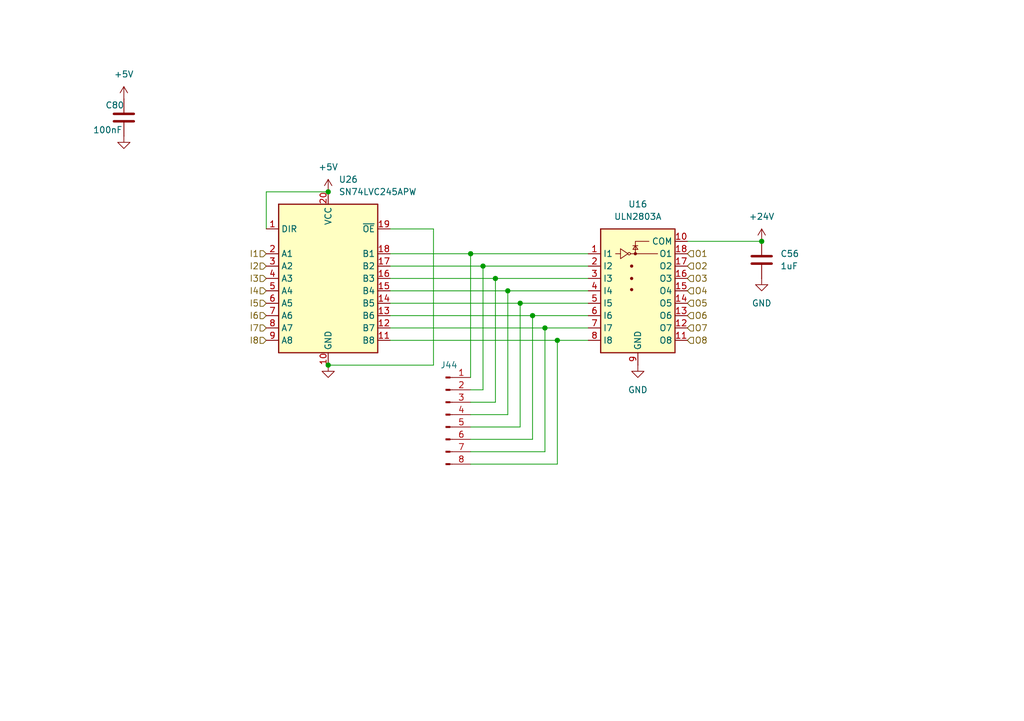
<source format=kicad_sch>
(kicad_sch (version 20250114) (generator "eeschema") (generator_version "9.0")
  (paper "A5")
  (lib_symbols
    (symbol "Connector:Conn_01x08_Pin" (pin_names (offset 1.016) (hide yes))
      (property "Reference" "J" (at 0 10.16 0))
      (property "Value" "Conn_01x08_Pin" (at 0 -12.7 0))
      (symbol "Conn_01x08_Pin_1_1"
        (rectangle (start 0.8636 7.747) (end 0 7.493) (stroke (width 0.1524)) (fill (type outline)))
        (rectangle (start 0.8636 5.207) (end 0 4.953) (stroke (width 0.1524)) (fill (type outline)))
        (rectangle (start 0.8636 2.667) (end 0 2.413) (stroke (width 0.1524)) (fill (type outline)))
        (rectangle (start 0.8636 0.127) (end 0 -0.127) (stroke (width 0.1524)) (fill (type outline)))
        (rectangle (start 0.8636 -2.413) (end 0 -2.667) (stroke (width 0.1524)) (fill (type outline)))
        (rectangle (start 0.8636 -4.953) (end 0 -5.207) (stroke (width 0.1524)) (fill (type outline)))
        (rectangle (start 0.8636 -7.493) (end 0 -7.747) (stroke (width 0.1524)) (fill (type outline)))
        (rectangle (start 0.8636 -10.033) (end 0 -10.287) (stroke (width 0.1524)) (fill (type outline)))
        (polyline (pts (xy 1.27 7.62) (xy 0.8636 7.62)) (stroke (width 0.1524)))
        (polyline (pts (xy 1.27 5.08) (xy 0.8636 5.08)) (stroke (width 0.1524)))
        (polyline (pts (xy 1.27 2.54) (xy 0.8636 2.54)) (stroke (width 0.1524)))
        (polyline (pts (xy 1.27 0) (xy 0.8636 0)) (stroke (width 0.1524)))
        (polyline (pts (xy 1.27 -2.54) (xy 0.8636 -2.54)) (stroke (width 0.1524)))
        (polyline (pts (xy 1.27 -5.08) (xy 0.8636 -5.08)) (stroke (width 0.1524)))
        (polyline (pts (xy 1.27 -7.62) (xy 0.8636 -7.62)) (stroke (width 0.1524)))
        (polyline (pts (xy 1.27 -10.16) (xy 0.8636 -10.16)) (stroke (width 0.1524)))
        (pin passive line (at 5.08 7.62 180) (length 3.81) (name "Pin_1") (number "1"))
        (pin passive line (at 5.08 5.08 180) (length 3.81) (name "Pin_2") (number "2"))
        (pin passive line (at 5.08 2.54 180) (length 3.81) (name "Pin_3") (number "3"))
        (pin passive line (at 5.08 0 180) (length 3.81) (name "Pin_4") (number "4"))
        (pin passive line (at 5.08 -2.54 180) (length 3.81) (name "Pin_5") (number "5"))
        (pin passive line (at 5.08 -5.08 180) (length 3.81) (name "Pin_6") (number "6"))
        (pin passive line (at 5.08 -7.62 180) (length 3.81) (name "Pin_7") (number "7"))
        (pin passive line (at 5.08 -10.16 180) (length 3.81) (name "Pin_8") (number "8"))
      )
    )
    (symbol "Device:C" (pin_numbers (hide yes)) (pin_names (offset 0.254))
      (property "Reference" "C" (at 0.635 2.54 0))
      (property "Value" "C" (at 0.635 -2.54 0))
      (symbol "C_0_1"
        (polyline (pts (xy -2.032 0.762) (xy 2.032 0.762)) (stroke (width 0.508)))
        (polyline (pts (xy -2.032 -0.762) (xy 2.032 -0.762)) (stroke (width 0.508)))
      )
      (symbol "C_1_1"
        (pin passive line (at 0 3.81 270) (length 2.794) (name "~") (number "1"))
        (pin passive line (at 0 -3.81 90) (length 2.794) (name "~") (number "2"))
      )
    )
    (symbol "Logic_LevelTranslator:SN74LVC245APW"
      (property "Reference" "U" (at -10.16 17.78 0))
      (property "Value" "SN74LVC245APW" (at 10.16 17.78 0))
      (symbol "SN74LVC245APW_0_1"
        (rectangle (start -10.16 15.24) (end 10.16 -15.24) (stroke (width 0.254)) (fill (type background)))
      )
      (symbol "SN74LVC245APW_1_1"
        (pin input line (at -12.7 10.16 0) (length 2.54) (name "DIR") (number "1"))
        (pin bidirectional line (at -12.7 5.08 0) (length 2.54) (name "A1") (number "2"))
        (pin bidirectional line (at -12.7 2.54 0) (length 2.54) (name "A2") (number "3"))
        (pin bidirectional line (at -12.7 0 0) (length 2.54) (name "A3") (number "4"))
        (pin bidirectional line (at -12.7 -2.54 0) (length 2.54) (name "A4") (number "5"))
        (pin bidirectional line (at -12.7 -5.08 0) (length 2.54) (name "A5") (number "6"))
        (pin bidirectional line (at -12.7 -7.62 0) (length 2.54) (name "A6") (number "7"))
        (pin bidirectional line (at -12.7 -10.16 0) (length 2.54) (name "A7") (number "8"))
        (pin bidirectional line (at -12.7 -12.7 0) (length 2.54) (name "A8") (number "9"))
        (pin power_in line (at 0 17.78 270) (length 2.54) (name "VCC") (number "20"))
        (pin power_in line (at 0 -17.78 90) (length 2.54) (name "GND") (number "10"))
        (pin input line (at 12.7 10.16 180) (length 2.54) (name "~{OE}") (number "19"))
        (pin bidirectional line (at 12.7 5.08 180) (length 2.54) (name "B1") (number "18"))
        (pin bidirectional line (at 12.7 2.54 180) (length 2.54) (name "B2") (number "17"))
        (pin bidirectional line (at 12.7 0 180) (length 2.54) (name "B3") (number "16"))
        (pin bidirectional line (at 12.7 -2.54 180) (length 2.54) (name "B4") (number "15"))
        (pin bidirectional line (at 12.7 -5.08 180) (length 2.54) (name "B5") (number "14"))
        (pin bidirectional line (at 12.7 -7.62 180) (length 2.54) (name "B6") (number "13"))
        (pin bidirectional line (at 12.7 -10.16 180) (length 2.54) (name "B7") (number "12"))
        (pin bidirectional line (at 12.7 -12.7 180) (length 2.54) (name "B8") (number "11"))
      )
    )
    (symbol "Transistor_Array:ULN2803A"
      (property "Reference" "U" (at 0 13.335 0))
      (property "Value" "ULN2803A" (at 0 11.43 0))
      (symbol "ULN2803A_0_1"
        (rectangle (start -7.62 -15.24) (end 7.62 10.16) (stroke (width 0.254)) (fill (type background)))
        (polyline (pts (xy -4.572 5.08) (xy -3.556 5.08)))
        (polyline (pts (xy -3.556 6.096) (xy -3.556 4.064) (xy -2.032 5.08) (xy -3.556 6.096)))
        (circle (center -1.778 5.08) (radius 0.254))
        (polyline (pts (xy -1.524 5.08) (xy 4.064 5.08)))
        (circle (center -1.27 2.54) (radius 0.254) (fill (type outline)))
        (circle (center -1.27 0) (radius 0.254) (fill (type outline)))
        (circle (center -1.27 -2.286) (radius 0.254) (fill (type outline)))
        (circle (center -0.508 5.08) (radius 0.254) (fill (type outline)))
        (polyline (pts (xy -0.508 5.08) (xy -0.508 7.62) (xy 2.286 7.62)))
        (polyline (pts (xy 0 6.731) (xy -1.016 6.731)))
        (polyline (pts (xy 0 5.969) (xy -1.016 5.969) (xy -0.508 6.731) (xy 0 5.969)))
      )
      (symbol "ULN2803A_1_1"
        (pin input line (at -10.16 5.08 0) (length 2.54) (name "I1") (number "1"))
        (pin input line (at -10.16 2.54 0) (length 2.54) (name "I2") (number "2"))
        (pin input line (at -10.16 0 0) (length 2.54) (name "I3") (number "3"))
        (pin input line (at -10.16 -2.54 0) (length 2.54) (name "I4") (number "4"))
        (pin input line (at -10.16 -5.08 0) (length 2.54) (name "I5") (number "5"))
        (pin input line (at -10.16 -7.62 0) (length 2.54) (name "I6") (number "6"))
        (pin input line (at -10.16 -10.16 0) (length 2.54) (name "I7") (number "7"))
        (pin input line (at -10.16 -12.7 0) (length 2.54) (name "I8") (number "8"))
        (pin power_in line (at 0 -17.78 90) (length 2.54) (name "GND") (number "9"))
        (pin passive line (at 10.16 7.62 180) (length 2.54) (name "COM") (number "10"))
        (pin open_collector line (at 10.16 5.08 180) (length 2.54) (name "O1") (number "18"))
        (pin open_collector line (at 10.16 2.54 180) (length 2.54) (name "O2") (number "17"))
        (pin open_collector line (at 10.16 0 180) (length 2.54) (name "O3") (number "16"))
        (pin open_collector line (at 10.16 -2.54 180) (length 2.54) (name "O4") (number "15"))
        (pin open_collector line (at 10.16 -5.08 180) (length 2.54) (name "O5") (number "14"))
        (pin open_collector line (at 10.16 -7.62 180) (length 2.54) (name "O6") (number "13"))
        (pin open_collector line (at 10.16 -10.16 180) (length 2.54) (name "O7") (number "12"))
        (pin open_collector line (at 10.16 -12.7 180) (length 2.54) (name "O8") (number "11"))
      )
    )
    (symbol "power:+24V" (power) (pin_numbers (hide yes)) (pin_names (offset 0) (hide yes))
      (property "Value" "+24V" (at 0 3.556 0))
      (symbol "+24V_0_1"
        (polyline (pts (xy -0.762 1.27) (xy 0 2.54)))
        (polyline (pts (xy 0 2.54) (xy 0.762 1.27)))
        (polyline (pts (xy 0 0) (xy 0 2.54)))
      )
      (symbol "+24V_1_1"
        (pin power_in line (at 0 0 90) (length 0) (name "~") (number "1"))
      )
    )
    (symbol "power:+5V" (power) (pin_numbers (hide yes)) (pin_names (offset 0) (hide yes))
      (property "Value" "+5V" (at 0 3.556 0))
      (symbol "+5V_0_1"
        (polyline (pts (xy -0.762 1.27) (xy 0 2.54)))
        (polyline (pts (xy 0 2.54) (xy 0.762 1.27)))
        (polyline (pts (xy 0 0) (xy 0 2.54)))
      )
      (symbol "+5V_1_1"
        (pin power_in line (at 0 0 90) (length 0) (name "~") (number "1"))
      )
    )
    (symbol "power:GND" (power) (pin_numbers (hide yes)) (pin_names (offset 0) (hide yes))
      (property "Value" "GND" (at 0 -3.81 0))
      (symbol "GND_0_1"
        (polyline (pts (xy 0 0) (xy 0 -1.27) (xy 1.27 -1.27) (xy 0 -2.54) (xy -1.27 -1.27) (xy 0 -1.27)))
      )
      (symbol "GND_1_1"
        (pin power_in line (at 0 0 270) (length 0) (name "~") (number "1"))
      )
    )
  )
  (junction (at 67.31 74.93))
  (junction (at 104.14 59.69))
  (junction (at 106.68 62.23))
  (junction (at 99.06 54.61))
  (junction (at 67.31 39.37))
  (junction (at 96.52 52.07))
  (junction (at 101.6 57.15))
  (junction (at 111.76 67.31))
  (junction (at 109.22 64.77))
  (junction (at 114.3 69.85))
  (junction (at 156.21 49.53))
  (wire (pts (xy 106.68 87.63) (xy 106.68 62.23)))
  (wire (pts (xy 80.01 52.07) (xy 96.52 52.07)))
  (wire (pts (xy 96.52 82.55) (xy 101.6 82.55)))
  (wire (pts (xy 80.01 54.61) (xy 99.06 54.61)))
  (wire (pts (xy 96.52 90.17) (xy 109.22 90.17)))
  (wire (pts (xy 96.52 95.25) (xy 114.3 95.25)))
  (wire (pts (xy 88.9 74.93) (xy 67.31 74.93)))
  (wire (pts (xy 80.01 67.31) (xy 111.76 67.31)))
  (wire (pts (xy 96.52 52.07) (xy 96.52 77.47)))
  (wire (pts (xy 80.01 62.23) (xy 106.68 62.23)))
  (wire (pts (xy 111.76 67.31) (xy 120.65 67.31)))
  (wire (pts (xy 96.52 80.01) (xy 99.06 80.01)))
  (wire (pts (xy 80.01 64.77) (xy 109.22 64.77)))
  (wire (pts (xy 88.9 46.99) (xy 88.9 74.93)))
  (wire (pts (xy 140.97 49.53) (xy 156.21 49.53)))
  (wire (pts (xy 99.06 54.61) (xy 120.65 54.61)))
  (wire (pts (xy 101.6 82.55) (xy 101.6 57.15)))
  (wire (pts (xy 96.52 52.07) (xy 120.65 52.07)))
  (wire (pts (xy 104.14 85.09) (xy 104.14 59.69)))
  (wire (pts (xy 106.68 62.23) (xy 120.65 62.23)))
  (wire (pts (xy 80.01 46.99) (xy 88.9 46.99)))
  (wire (pts (xy 80.01 57.15) (xy 101.6 57.15)))
  (wire (pts (xy 99.06 80.01) (xy 99.06 54.61)))
  (wire (pts (xy 80.01 69.85) (xy 114.3 69.85)))
  (wire (pts (xy 54.61 46.99) (xy 54.61 39.37)))
  (wire (pts (xy 109.22 64.77) (xy 120.65 64.77)))
  (wire (pts (xy 101.6 57.15) (xy 120.65 57.15)))
  (wire (pts (xy 111.76 92.71) (xy 111.76 67.31)))
  (wire (pts (xy 54.61 39.37) (xy 67.31 39.37)))
  (wire (pts (xy 114.3 95.25) (xy 114.3 69.85)))
  (wire (pts (xy 96.52 92.71) (xy 111.76 92.71)))
  (wire (pts (xy 80.01 59.69) (xy 104.14 59.69)))
  (wire (pts (xy 114.3 69.85) (xy 120.65 69.85)))
  (wire (pts (xy 109.22 90.17) (xy 109.22 64.77)))
  (wire (pts (xy 96.52 87.63) (xy 106.68 87.63)))
  (wire (pts (xy 96.52 85.09) (xy 104.14 85.09)))
  (wire (pts (xy 104.14 59.69) (xy 120.65 59.69)))
  (hierarchical_label "I3" (shape input) (at 54.61 57.15 180))
  (hierarchical_label "O6" (shape input) (at 140.97 64.77 0))
  (hierarchical_label "I5" (shape input) (at 54.61 62.23 180))
  (hierarchical_label "O4" (shape input) (at 140.97 59.69 0))
  (hierarchical_label "I6" (shape input) (at 54.61 64.77 180))
  (hierarchical_label "O8" (shape input) (at 140.97 69.85 0))
  (hierarchical_label "O3" (shape input) (at 140.97 57.15 0))
  (hierarchical_label "O2" (shape input) (at 140.97 54.61 0))
  (hierarchical_label "O1" (shape input) (at 140.97 52.07 0))
  (hierarchical_label "I8" (shape input) (at 54.61 69.85 180))
  (hierarchical_label "I1" (shape input) (at 54.61 52.07 180))
  (hierarchical_label "O7" (shape input) (at 140.97 67.31 0))
  (hierarchical_label "O5" (shape input) (at 140.97 62.23 0))
  (hierarchical_label "I4" (shape input) (at 54.61 59.69 180))
  (hierarchical_label "I7" (shape input) (at 54.61 67.31 180))
  (hierarchical_label "I2" (shape input) (at 54.61 54.61 180))
  (symbol (lib_id "Device:C") (at 156.21 53.34 0) (unit 1)
    (property "Reference" "C56" (at 160.02 52.0699 0) (effects (justify left)))
    (property "Value" "1uF" (at 160.02 54.6099 0) (effects (justify left)))
    (property "Footprint" "Capacitor_SMD:C_0603_1608Metric" (effects (hide yes)))
    (property "Datasheet" "https://wmsc.lcsc.com/wmsc/upload/file/pdf/v2/lcsc/2304140030_Samsung-Electro-Mechanics-CL10A105KB8NNNC_C15849.pdf" (effects (hide yes)))
    (property "Description" "50V 1uF X5R ±10% 0603 Multilayer Ceramic Capacitors MLCC - SMD/SMT ROHS" (effects (hide yes)))
    (property "#" "C15849" (effects (hide yes)))
    (property "Height" ".8" (effects (hide yes)))
    (property "Width" ".8" (effects (hide yes)))
    (property "Length" "1.6" (effects (hide yes)))
  )
  (symbol (lib_id "power:+5V") (at 25.4 20.32 0) (unit 1)
    (property "Reference" "#PWR0164" (effects (hide yes)))
    (property "Value" "+5V" (at 25.4 15.24 0))
    (property "Description" "Power symbol creates a global label with name \"+5V\"" (effects (hide yes)))
  )
  (symbol (lib_id "Logic_LevelTranslator:SN74LVC245APW") (at 67.31 57.15 0) (unit 1)
    (property "Reference" "U26" (at 69.4533 36.83 0) (effects (justify left)))
    (property "Value" "SN74LVC245APW" (at 69.4533 39.37 0) (effects (justify left)))
    (property "Footprint" "Package_SO:TSSOP-20_4.4x6.5mm_P0.65mm" (effects (hide yes)))
    (property "Datasheet" "https://www.lcsc.com/datasheet/lcsc_datasheet_2410121848_Nexperia-74HCT245PW-118_C5980.pdf" (effects (hide yes)))
    (property "Description" "6mA 8 4.5V~5.5V 6mA 1 TSSOP-20 Buffers, Drivers, Receivers, Transceivers ROHS" (effects (hide yes)))
    (property "#" "C5980" (effects (hide yes)))
  )
  (symbol (lib_id "Device:C") (at 25.4 24.13 0) (unit 1)
    (property "Reference" "C80" (at 21.59 21.59 0) (effects (justify left)))
    (property "Value" "100nF" (at 19.05 26.67 0) (effects (justify left)))
    (property "Footprint" "Capacitor_SMD:C_0603_1608Metric" (effects (hide yes)))
    (property "Datasheet" "https://wmsc.lcsc.com/wmsc/upload/file/pdf/v2/lcsc/2211101700_YAGEO-CC0603KRX7R9BB104_C14663.pdf" (effects (hide yes)))
    (property "Description" "50V 100nF X7R ±10% 0603 Multilayer Ceramic Capacitors MLCC - SMD/SMT ROHS" (effects (hide yes)))
    (property "#" "C14663" (effects (hide yes)))
    (property "Height" ".8" (effects (hide yes)))
    (property "Width" ".8" (effects (hide yes)))
    (property "Length" "1.6" (effects (hide yes)))
    (property "Tape" "8x4" (effects (hide yes)))
  )
  (symbol (lib_id "Connector:Conn_01x08_Pin") (at 91.44 85.09 0) (unit 1)
    (property "Reference" "J44" (at 92.075 74.93 0))
    (property "Value" "Conn_01x08_Pin" (effects (hide yes)))
    (property "Footprint" "Connector_PinHeader_2.54mm:PinHeader_1x08_P2.54mm_Vertical" (effects (hide yes)))
    (property "Datasheet" "https://www.lcsc.com/datasheet/lcsc_datasheet_2411121101_HCTL-PZ254-1-08-Z-8-5_C2894931.pdf" (effects (hide yes)))
    (property "Description" "3A Straight Policy 2.5mm 8P 6mm -40℃~+105℃ 3mm 2.54mm Single Row Black Brass 1x8P Plugin,P=2.54mm Pin Headers ROHS" (effects (hide yes)))
    (property "#" "C2894931" (effects (hide yes)))
  )
  (symbol (lib_id "power:+24V") (at 156.21 49.53 0) (unit 1)
    (property "Reference" "#PWR0105" (effects (hide yes)))
    (property "Value" "+24V" (at 156.21 44.45 0))
    (property "Description" "Power symbol creates a global label with name \"+24V\"" (effects (hide yes)))
  )
  (symbol (lib_id "Transistor_Array:ULN2803A") (at 130.81 57.15 0) (unit 1)
    (property "Reference" "U16" (at 130.81 41.91 0))
    (property "Value" "ULN2803A" (at 130.81 44.45 0))
    (property "Footprint" "Package_SO:SOP-18_7.495x11.515mm_P1.27mm" (effects (hide yes)))
    (property "Datasheet" "https://www.lcsc.com/datasheet/lcsc_datasheet_2410251531_UMW-Youtai-Semiconductor-Co---Ltd--ULN2803A_C845537.pdf" (effects (hide yes)))
    (property "Description" "OCTAL 50V 500mA SOP-18-300mil Darlington Transistor Arrays ROHS" (effects (hide yes)))
    (property "#" "C845537" (effects (hide yes)))
    (property "Width" "10.6" (effects (hide yes)))
    (property "Length" "11.6" (effects (hide yes)))
  )
  (symbol (lib_id "power:GND") (at 156.21 57.15 0) (unit 1)
    (property "Reference" "#PWR0106" (effects (hide yes)))
    (property "Value" "GND" (at 156.21 62.23 0))
    (property "Description" "Power symbol creates a global label with name \"GND\" , ground" (effects (hide yes)))
  )
  (symbol (lib_id "power:+5V") (at 67.31 39.37 0) (unit 1)
    (property "Reference" "#PWR0162" (effects (hide yes)))
    (property "Value" "+5V" (at 67.31 34.29 0))
    (property "Description" "Power symbol creates a global label with name \"+5V\"" (effects (hide yes)))
  )
  (symbol (lib_id "power:GND") (at 67.31 74.93 0) (unit 1)
    (property "Reference" "#PWR0163" (effects (hide yes)))
    (property "Value" "GND" (effects (hide yes)))
    (property "Description" "Power symbol creates a global label with name \"GND\" , ground" (effects (hide yes)))
  )
  (symbol (lib_id "power:GND") (at 25.4 27.94 0) (unit 1)
    (property "Reference" "#PWR0165" (effects (hide yes)))
    (property "Value" "GND" (effects (hide yes)))
    (property "Description" "Power symbol creates a global label with name \"GND\" , ground" (effects (hide yes)))
  )
  (symbol (lib_id "power:GND") (at 130.81 74.93 0) (unit 1)
    (property "Reference" "#PWR0104" (effects (hide yes)))
    (property "Value" "GND" (at 130.81 80.01 0))
    (property "Description" "Power symbol creates a global label with name \"GND\" , ground" (effects (hide yes)))
  )
)
</source>
